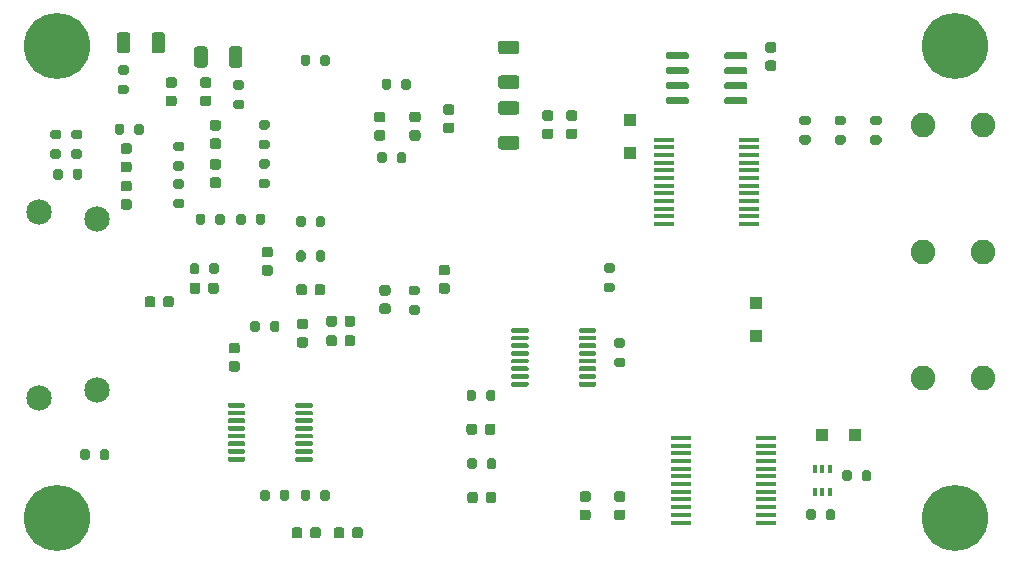
<source format=gbs>
G04 #@! TF.GenerationSoftware,KiCad,Pcbnew,(5.1.9-0-10_14)*
G04 #@! TF.CreationDate,2021-07-02T21:32:49-05:00*
G04 #@! TF.ProjectId,bath_clamp_v1,62617468-5f63-46c6-916d-705f76312e6b,rev?*
G04 #@! TF.SameCoordinates,Original*
G04 #@! TF.FileFunction,Soldermask,Bot*
G04 #@! TF.FilePolarity,Negative*
%FSLAX46Y46*%
G04 Gerber Fmt 4.6, Leading zero omitted, Abs format (unit mm)*
G04 Created by KiCad (PCBNEW (5.1.9-0-10_14)) date 2021-07-02 21:32:49*
%MOMM*%
%LPD*%
G01*
G04 APERTURE LIST*
%ADD10C,2.153200*%
%ADD11C,2.082800*%
%ADD12R,1.100000X1.100000*%
%ADD13C,5.600000*%
%ADD14C,5.599999*%
%ADD15R,0.400000X0.650000*%
%ADD16R,1.750000X0.450000*%
G04 APERTURE END LIST*
G36*
G01*
X64151700Y42778800D02*
X64651700Y42778800D01*
G75*
G02*
X64876700Y42553800I0J-225000D01*
G01*
X64876700Y42103800D01*
G75*
G02*
X64651700Y41878800I-225000J0D01*
G01*
X64151700Y41878800D01*
G75*
G02*
X63926700Y42103800I0J225000D01*
G01*
X63926700Y42553800D01*
G75*
G02*
X64151700Y42778800I225000J0D01*
G01*
G37*
G36*
G01*
X64151700Y44328800D02*
X64651700Y44328800D01*
G75*
G02*
X64876700Y44103800I0J-225000D01*
G01*
X64876700Y43653800D01*
G75*
G02*
X64651700Y43428800I-225000J0D01*
G01*
X64151700Y43428800D01*
G75*
G02*
X63926700Y43653800I0J225000D01*
G01*
X63926700Y44103800D01*
G75*
G02*
X64151700Y44328800I225000J0D01*
G01*
G37*
G36*
G01*
X19629800Y40290300D02*
X19079800Y40290300D01*
G75*
G02*
X18879800Y40490300I0J200000D01*
G01*
X18879800Y40890300D01*
G75*
G02*
X19079800Y41090300I200000J0D01*
G01*
X19629800Y41090300D01*
G75*
G02*
X19829800Y40890300I0J-200000D01*
G01*
X19829800Y40490300D01*
G75*
G02*
X19629800Y40290300I-200000J0D01*
G01*
G37*
G36*
G01*
X19629800Y38640300D02*
X19079800Y38640300D01*
G75*
G02*
X18879800Y38840300I0J200000D01*
G01*
X18879800Y39240300D01*
G75*
G02*
X19079800Y39440300I200000J0D01*
G01*
X19629800Y39440300D01*
G75*
G02*
X19829800Y39240300I0J-200000D01*
G01*
X19829800Y38840300D01*
G75*
G02*
X19629800Y38640300I-200000J0D01*
G01*
G37*
G36*
G01*
X16714900Y43715701D02*
X16714900Y42415699D01*
G75*
G02*
X16464901Y42165700I-249999J0D01*
G01*
X15814899Y42165700D01*
G75*
G02*
X15564900Y42415699I0J249999D01*
G01*
X15564900Y43715701D01*
G75*
G02*
X15814899Y43965700I249999J0D01*
G01*
X16464901Y43965700D01*
G75*
G02*
X16714900Y43715701I0J-249999D01*
G01*
G37*
G36*
G01*
X19664900Y43715701D02*
X19664900Y42415699D01*
G75*
G02*
X19414901Y42165700I-249999J0D01*
G01*
X18764899Y42165700D01*
G75*
G02*
X18514900Y42415699I0J249999D01*
G01*
X18514900Y43715701D01*
G75*
G02*
X18764899Y43965700I249999J0D01*
G01*
X19414901Y43965700D01*
G75*
G02*
X19664900Y43715701I0J-249999D01*
G01*
G37*
G36*
G01*
X10174400Y44922201D02*
X10174400Y43622199D01*
G75*
G02*
X9924401Y43372200I-249999J0D01*
G01*
X9274399Y43372200D01*
G75*
G02*
X9024400Y43622199I0J249999D01*
G01*
X9024400Y44922201D01*
G75*
G02*
X9274399Y45172200I249999J0D01*
G01*
X9924401Y45172200D01*
G75*
G02*
X10174400Y44922201I0J-249999D01*
G01*
G37*
G36*
G01*
X13124400Y44922201D02*
X13124400Y43622199D01*
G75*
G02*
X12874401Y43372200I-249999J0D01*
G01*
X12224399Y43372200D01*
G75*
G02*
X11974400Y43622199I0J249999D01*
G01*
X11974400Y44922201D01*
G75*
G02*
X12224399Y45172200I249999J0D01*
G01*
X12874401Y45172200D01*
G75*
G02*
X13124400Y44922201I0J-249999D01*
G01*
G37*
G36*
G01*
X48149800Y15265300D02*
X48149800Y15465300D01*
G75*
G02*
X48249800Y15565300I100000J0D01*
G01*
X49524800Y15565300D01*
G75*
G02*
X49624800Y15465300I0J-100000D01*
G01*
X49624800Y15265300D01*
G75*
G02*
X49524800Y15165300I-100000J0D01*
G01*
X48249800Y15165300D01*
G75*
G02*
X48149800Y15265300I0J100000D01*
G01*
G37*
G36*
G01*
X48149800Y15915300D02*
X48149800Y16115300D01*
G75*
G02*
X48249800Y16215300I100000J0D01*
G01*
X49524800Y16215300D01*
G75*
G02*
X49624800Y16115300I0J-100000D01*
G01*
X49624800Y15915300D01*
G75*
G02*
X49524800Y15815300I-100000J0D01*
G01*
X48249800Y15815300D01*
G75*
G02*
X48149800Y15915300I0J100000D01*
G01*
G37*
G36*
G01*
X48149800Y16565300D02*
X48149800Y16765300D01*
G75*
G02*
X48249800Y16865300I100000J0D01*
G01*
X49524800Y16865300D01*
G75*
G02*
X49624800Y16765300I0J-100000D01*
G01*
X49624800Y16565300D01*
G75*
G02*
X49524800Y16465300I-100000J0D01*
G01*
X48249800Y16465300D01*
G75*
G02*
X48149800Y16565300I0J100000D01*
G01*
G37*
G36*
G01*
X48149800Y17215300D02*
X48149800Y17415300D01*
G75*
G02*
X48249800Y17515300I100000J0D01*
G01*
X49524800Y17515300D01*
G75*
G02*
X49624800Y17415300I0J-100000D01*
G01*
X49624800Y17215300D01*
G75*
G02*
X49524800Y17115300I-100000J0D01*
G01*
X48249800Y17115300D01*
G75*
G02*
X48149800Y17215300I0J100000D01*
G01*
G37*
G36*
G01*
X48149800Y17865300D02*
X48149800Y18065300D01*
G75*
G02*
X48249800Y18165300I100000J0D01*
G01*
X49524800Y18165300D01*
G75*
G02*
X49624800Y18065300I0J-100000D01*
G01*
X49624800Y17865300D01*
G75*
G02*
X49524800Y17765300I-100000J0D01*
G01*
X48249800Y17765300D01*
G75*
G02*
X48149800Y17865300I0J100000D01*
G01*
G37*
G36*
G01*
X48149800Y18515300D02*
X48149800Y18715300D01*
G75*
G02*
X48249800Y18815300I100000J0D01*
G01*
X49524800Y18815300D01*
G75*
G02*
X49624800Y18715300I0J-100000D01*
G01*
X49624800Y18515300D01*
G75*
G02*
X49524800Y18415300I-100000J0D01*
G01*
X48249800Y18415300D01*
G75*
G02*
X48149800Y18515300I0J100000D01*
G01*
G37*
G36*
G01*
X48149800Y19165300D02*
X48149800Y19365300D01*
G75*
G02*
X48249800Y19465300I100000J0D01*
G01*
X49524800Y19465300D01*
G75*
G02*
X49624800Y19365300I0J-100000D01*
G01*
X49624800Y19165300D01*
G75*
G02*
X49524800Y19065300I-100000J0D01*
G01*
X48249800Y19065300D01*
G75*
G02*
X48149800Y19165300I0J100000D01*
G01*
G37*
G36*
G01*
X48149800Y19815300D02*
X48149800Y20015300D01*
G75*
G02*
X48249800Y20115300I100000J0D01*
G01*
X49524800Y20115300D01*
G75*
G02*
X49624800Y20015300I0J-100000D01*
G01*
X49624800Y19815300D01*
G75*
G02*
X49524800Y19715300I-100000J0D01*
G01*
X48249800Y19715300D01*
G75*
G02*
X48149800Y19815300I0J100000D01*
G01*
G37*
G36*
G01*
X42424800Y19815300D02*
X42424800Y20015300D01*
G75*
G02*
X42524800Y20115300I100000J0D01*
G01*
X43799800Y20115300D01*
G75*
G02*
X43899800Y20015300I0J-100000D01*
G01*
X43899800Y19815300D01*
G75*
G02*
X43799800Y19715300I-100000J0D01*
G01*
X42524800Y19715300D01*
G75*
G02*
X42424800Y19815300I0J100000D01*
G01*
G37*
G36*
G01*
X42424800Y19165300D02*
X42424800Y19365300D01*
G75*
G02*
X42524800Y19465300I100000J0D01*
G01*
X43799800Y19465300D01*
G75*
G02*
X43899800Y19365300I0J-100000D01*
G01*
X43899800Y19165300D01*
G75*
G02*
X43799800Y19065300I-100000J0D01*
G01*
X42524800Y19065300D01*
G75*
G02*
X42424800Y19165300I0J100000D01*
G01*
G37*
G36*
G01*
X42424800Y18515300D02*
X42424800Y18715300D01*
G75*
G02*
X42524800Y18815300I100000J0D01*
G01*
X43799800Y18815300D01*
G75*
G02*
X43899800Y18715300I0J-100000D01*
G01*
X43899800Y18515300D01*
G75*
G02*
X43799800Y18415300I-100000J0D01*
G01*
X42524800Y18415300D01*
G75*
G02*
X42424800Y18515300I0J100000D01*
G01*
G37*
G36*
G01*
X42424800Y17865300D02*
X42424800Y18065300D01*
G75*
G02*
X42524800Y18165300I100000J0D01*
G01*
X43799800Y18165300D01*
G75*
G02*
X43899800Y18065300I0J-100000D01*
G01*
X43899800Y17865300D01*
G75*
G02*
X43799800Y17765300I-100000J0D01*
G01*
X42524800Y17765300D01*
G75*
G02*
X42424800Y17865300I0J100000D01*
G01*
G37*
G36*
G01*
X42424800Y17215300D02*
X42424800Y17415300D01*
G75*
G02*
X42524800Y17515300I100000J0D01*
G01*
X43799800Y17515300D01*
G75*
G02*
X43899800Y17415300I0J-100000D01*
G01*
X43899800Y17215300D01*
G75*
G02*
X43799800Y17115300I-100000J0D01*
G01*
X42524800Y17115300D01*
G75*
G02*
X42424800Y17215300I0J100000D01*
G01*
G37*
G36*
G01*
X42424800Y16565300D02*
X42424800Y16765300D01*
G75*
G02*
X42524800Y16865300I100000J0D01*
G01*
X43799800Y16865300D01*
G75*
G02*
X43899800Y16765300I0J-100000D01*
G01*
X43899800Y16565300D01*
G75*
G02*
X43799800Y16465300I-100000J0D01*
G01*
X42524800Y16465300D01*
G75*
G02*
X42424800Y16565300I0J100000D01*
G01*
G37*
G36*
G01*
X42424800Y15915300D02*
X42424800Y16115300D01*
G75*
G02*
X42524800Y16215300I100000J0D01*
G01*
X43799800Y16215300D01*
G75*
G02*
X43899800Y16115300I0J-100000D01*
G01*
X43899800Y15915300D01*
G75*
G02*
X43799800Y15815300I-100000J0D01*
G01*
X42524800Y15815300D01*
G75*
G02*
X42424800Y15915300I0J100000D01*
G01*
G37*
G36*
G01*
X42424800Y15265300D02*
X42424800Y15465300D01*
G75*
G02*
X42524800Y15565300I100000J0D01*
G01*
X43799800Y15565300D01*
G75*
G02*
X43899800Y15465300I0J-100000D01*
G01*
X43899800Y15265300D01*
G75*
G02*
X43799800Y15165300I-100000J0D01*
G01*
X42524800Y15165300D01*
G75*
G02*
X42424800Y15265300I0J100000D01*
G01*
G37*
D10*
X2468800Y29935300D03*
X2468800Y14235300D03*
X7368800Y14835300D03*
X7368800Y29335300D03*
D11*
X82346800Y37325300D03*
X77266800Y37325300D03*
X82346800Y15862300D03*
X77266800Y15862300D03*
X82346800Y26593800D03*
X77266800Y26593800D03*
G36*
G01*
X34488800Y22891300D02*
X33938800Y22891300D01*
G75*
G02*
X33738800Y23091300I0J200000D01*
G01*
X33738800Y23491300D01*
G75*
G02*
X33938800Y23691300I200000J0D01*
G01*
X34488800Y23691300D01*
G75*
G02*
X34688800Y23491300I0J-200000D01*
G01*
X34688800Y23091300D01*
G75*
G02*
X34488800Y22891300I-200000J0D01*
G01*
G37*
G36*
G01*
X34488800Y21241300D02*
X33938800Y21241300D01*
G75*
G02*
X33738800Y21441300I0J200000D01*
G01*
X33738800Y21841300D01*
G75*
G02*
X33938800Y22041300I200000J0D01*
G01*
X34488800Y22041300D01*
G75*
G02*
X34688800Y21841300I0J-200000D01*
G01*
X34688800Y21441300D01*
G75*
G02*
X34488800Y21241300I-200000J0D01*
G01*
G37*
G36*
G01*
X50998800Y24796300D02*
X50448800Y24796300D01*
G75*
G02*
X50248800Y24996300I0J200000D01*
G01*
X50248800Y25396300D01*
G75*
G02*
X50448800Y25596300I200000J0D01*
G01*
X50998800Y25596300D01*
G75*
G02*
X51198800Y25396300I0J-200000D01*
G01*
X51198800Y24996300D01*
G75*
G02*
X50998800Y24796300I-200000J0D01*
G01*
G37*
G36*
G01*
X50998800Y23146300D02*
X50448800Y23146300D01*
G75*
G02*
X50248800Y23346300I0J200000D01*
G01*
X50248800Y23746300D01*
G75*
G02*
X50448800Y23946300I200000J0D01*
G01*
X50998800Y23946300D01*
G75*
G02*
X51198800Y23746300I0J-200000D01*
G01*
X51198800Y23346300D01*
G75*
G02*
X50998800Y23146300I-200000J0D01*
G01*
G37*
G36*
G01*
X21152300Y20518800D02*
X21152300Y19968800D01*
G75*
G02*
X20952300Y19768800I-200000J0D01*
G01*
X20552300Y19768800D01*
G75*
G02*
X20352300Y19968800I0J200000D01*
G01*
X20352300Y20518800D01*
G75*
G02*
X20552300Y20718800I200000J0D01*
G01*
X20952300Y20718800D01*
G75*
G02*
X21152300Y20518800I0J-200000D01*
G01*
G37*
G36*
G01*
X22802300Y20518800D02*
X22802300Y19968800D01*
G75*
G02*
X22602300Y19768800I-200000J0D01*
G01*
X22202300Y19768800D01*
G75*
G02*
X22002300Y19968800I0J200000D01*
G01*
X22002300Y20518800D01*
G75*
G02*
X22202300Y20718800I200000J0D01*
G01*
X22602300Y20718800D01*
G75*
G02*
X22802300Y20518800I0J-200000D01*
G01*
G37*
G36*
G01*
X25875800Y25937800D02*
X25875800Y26487800D01*
G75*
G02*
X26075800Y26687800I200000J0D01*
G01*
X26475800Y26687800D01*
G75*
G02*
X26675800Y26487800I0J-200000D01*
G01*
X26675800Y25937800D01*
G75*
G02*
X26475800Y25737800I-200000J0D01*
G01*
X26075800Y25737800D01*
G75*
G02*
X25875800Y25937800I0J200000D01*
G01*
G37*
G36*
G01*
X24225800Y25937800D02*
X24225800Y26487800D01*
G75*
G02*
X24425800Y26687800I200000J0D01*
G01*
X24825800Y26687800D01*
G75*
G02*
X25025800Y26487800I0J-200000D01*
G01*
X25025800Y25937800D01*
G75*
G02*
X24825800Y25737800I-200000J0D01*
G01*
X24425800Y25737800D01*
G75*
G02*
X24225800Y25937800I0J200000D01*
G01*
G37*
G36*
G01*
X17366800Y29049300D02*
X17366800Y29599300D01*
G75*
G02*
X17566800Y29799300I200000J0D01*
G01*
X17966800Y29799300D01*
G75*
G02*
X18166800Y29599300I0J-200000D01*
G01*
X18166800Y29049300D01*
G75*
G02*
X17966800Y28849300I-200000J0D01*
G01*
X17566800Y28849300D01*
G75*
G02*
X17366800Y29049300I0J200000D01*
G01*
G37*
G36*
G01*
X15716800Y29049300D02*
X15716800Y29599300D01*
G75*
G02*
X15916800Y29799300I200000J0D01*
G01*
X16316800Y29799300D01*
G75*
G02*
X16516800Y29599300I0J-200000D01*
G01*
X16516800Y29049300D01*
G75*
G02*
X16316800Y28849300I-200000J0D01*
G01*
X15916800Y28849300D01*
G75*
G02*
X15716800Y29049300I0J200000D01*
G01*
G37*
G36*
G01*
X71253800Y7882300D02*
X71253800Y7332300D01*
G75*
G02*
X71053800Y7132300I-200000J0D01*
G01*
X70653800Y7132300D01*
G75*
G02*
X70453800Y7332300I0J200000D01*
G01*
X70453800Y7882300D01*
G75*
G02*
X70653800Y8082300I200000J0D01*
G01*
X71053800Y8082300D01*
G75*
G02*
X71253800Y7882300I0J-200000D01*
G01*
G37*
G36*
G01*
X72903800Y7882300D02*
X72903800Y7332300D01*
G75*
G02*
X72703800Y7132300I-200000J0D01*
G01*
X72303800Y7132300D01*
G75*
G02*
X72103800Y7332300I0J200000D01*
G01*
X72103800Y7882300D01*
G75*
G02*
X72303800Y8082300I200000J0D01*
G01*
X72703800Y8082300D01*
G75*
G02*
X72903800Y7882300I0J-200000D01*
G01*
G37*
D12*
X52501800Y34909300D03*
X52501800Y37709300D03*
X63169800Y19415300D03*
X63169800Y22215300D03*
X68757800Y11036300D03*
X71557800Y11036300D03*
G36*
G01*
X7587800Y9110300D02*
X7587800Y9660300D01*
G75*
G02*
X7787800Y9860300I200000J0D01*
G01*
X8187800Y9860300D01*
G75*
G02*
X8387800Y9660300I0J-200000D01*
G01*
X8387800Y9110300D01*
G75*
G02*
X8187800Y8910300I-200000J0D01*
G01*
X7787800Y8910300D01*
G75*
G02*
X7587800Y9110300I0J200000D01*
G01*
G37*
G36*
G01*
X5937800Y9110300D02*
X5937800Y9660300D01*
G75*
G02*
X6137800Y9860300I200000J0D01*
G01*
X6537800Y9860300D01*
G75*
G02*
X6737800Y9660300I0J-200000D01*
G01*
X6737800Y9110300D01*
G75*
G02*
X6537800Y8910300I-200000J0D01*
G01*
X6137800Y8910300D01*
G75*
G02*
X5937800Y9110300I0J200000D01*
G01*
G37*
G36*
G01*
X26256800Y42511300D02*
X26256800Y43061300D01*
G75*
G02*
X26456800Y43261300I200000J0D01*
G01*
X26856800Y43261300D01*
G75*
G02*
X27056800Y43061300I0J-200000D01*
G01*
X27056800Y42511300D01*
G75*
G02*
X26856800Y42311300I-200000J0D01*
G01*
X26456800Y42311300D01*
G75*
G02*
X26256800Y42511300I0J200000D01*
G01*
G37*
G36*
G01*
X24606800Y42511300D02*
X24606800Y43061300D01*
G75*
G02*
X24806800Y43261300I200000J0D01*
G01*
X25206800Y43261300D01*
G75*
G02*
X25406800Y43061300I0J-200000D01*
G01*
X25406800Y42511300D01*
G75*
G02*
X25206800Y42311300I-200000J0D01*
G01*
X24806800Y42311300D01*
G75*
G02*
X24606800Y42511300I0J200000D01*
G01*
G37*
D13*
X4000000Y44000000D03*
D14*
X4000000Y4000000D03*
D13*
X80000000Y44000000D03*
X80000000Y4000000D03*
G36*
G01*
X20795800Y29049300D02*
X20795800Y29599300D01*
G75*
G02*
X20995800Y29799300I200000J0D01*
G01*
X21395800Y29799300D01*
G75*
G02*
X21595800Y29599300I0J-200000D01*
G01*
X21595800Y29049300D01*
G75*
G02*
X21395800Y28849300I-200000J0D01*
G01*
X20995800Y28849300D01*
G75*
G02*
X20795800Y29049300I0J200000D01*
G01*
G37*
G36*
G01*
X19145800Y29049300D02*
X19145800Y29599300D01*
G75*
G02*
X19345800Y29799300I200000J0D01*
G01*
X19745800Y29799300D01*
G75*
G02*
X19945800Y29599300I0J-200000D01*
G01*
X19945800Y29049300D01*
G75*
G02*
X19745800Y28849300I-200000J0D01*
G01*
X19345800Y28849300D01*
G75*
G02*
X19145800Y29049300I0J200000D01*
G01*
G37*
G36*
G01*
X25875800Y28858800D02*
X25875800Y29408800D01*
G75*
G02*
X26075800Y29608800I200000J0D01*
G01*
X26475800Y29608800D01*
G75*
G02*
X26675800Y29408800I0J-200000D01*
G01*
X26675800Y28858800D01*
G75*
G02*
X26475800Y28658800I-200000J0D01*
G01*
X26075800Y28658800D01*
G75*
G02*
X25875800Y28858800I0J200000D01*
G01*
G37*
G36*
G01*
X24225800Y28858800D02*
X24225800Y29408800D01*
G75*
G02*
X24425800Y29608800I200000J0D01*
G01*
X24825800Y29608800D01*
G75*
G02*
X25025800Y29408800I0J-200000D01*
G01*
X25025800Y28858800D01*
G75*
G02*
X24825800Y28658800I-200000J0D01*
G01*
X24425800Y28658800D01*
G75*
G02*
X24225800Y28858800I0J200000D01*
G01*
G37*
G36*
G01*
X40353800Y8348300D02*
X40353800Y8898300D01*
G75*
G02*
X40553800Y9098300I200000J0D01*
G01*
X40953800Y9098300D01*
G75*
G02*
X41153800Y8898300I0J-200000D01*
G01*
X41153800Y8348300D01*
G75*
G02*
X40953800Y8148300I-200000J0D01*
G01*
X40553800Y8148300D01*
G75*
G02*
X40353800Y8348300I0J200000D01*
G01*
G37*
G36*
G01*
X38703800Y8348300D02*
X38703800Y8898300D01*
G75*
G02*
X38903800Y9098300I200000J0D01*
G01*
X39303800Y9098300D01*
G75*
G02*
X39503800Y8898300I0J-200000D01*
G01*
X39503800Y8348300D01*
G75*
G02*
X39303800Y8148300I-200000J0D01*
G01*
X38903800Y8148300D01*
G75*
G02*
X38703800Y8348300I0J200000D01*
G01*
G37*
G36*
G01*
X68205800Y4580300D02*
X68205800Y4030300D01*
G75*
G02*
X68005800Y3830300I-200000J0D01*
G01*
X67605800Y3830300D01*
G75*
G02*
X67405800Y4030300I0J200000D01*
G01*
X67405800Y4580300D01*
G75*
G02*
X67605800Y4780300I200000J0D01*
G01*
X68005800Y4780300D01*
G75*
G02*
X68205800Y4580300I0J-200000D01*
G01*
G37*
G36*
G01*
X69855800Y4580300D02*
X69855800Y4030300D01*
G75*
G02*
X69655800Y3830300I-200000J0D01*
G01*
X69255800Y3830300D01*
G75*
G02*
X69055800Y4030300I0J200000D01*
G01*
X69055800Y4580300D01*
G75*
G02*
X69255800Y4780300I200000J0D01*
G01*
X69655800Y4780300D01*
G75*
G02*
X69855800Y4580300I0J-200000D01*
G01*
G37*
G36*
G01*
X22827800Y5681300D02*
X22827800Y6231300D01*
G75*
G02*
X23027800Y6431300I200000J0D01*
G01*
X23427800Y6431300D01*
G75*
G02*
X23627800Y6231300I0J-200000D01*
G01*
X23627800Y5681300D01*
G75*
G02*
X23427800Y5481300I-200000J0D01*
G01*
X23027800Y5481300D01*
G75*
G02*
X22827800Y5681300I0J200000D01*
G01*
G37*
G36*
G01*
X21177800Y5681300D02*
X21177800Y6231300D01*
G75*
G02*
X21377800Y6431300I200000J0D01*
G01*
X21777800Y6431300D01*
G75*
G02*
X21977800Y6231300I0J-200000D01*
G01*
X21977800Y5681300D01*
G75*
G02*
X21777800Y5481300I-200000J0D01*
G01*
X21377800Y5481300D01*
G75*
G02*
X21177800Y5681300I0J200000D01*
G01*
G37*
G36*
G01*
X51887800Y18446300D02*
X51337800Y18446300D01*
G75*
G02*
X51137800Y18646300I0J200000D01*
G01*
X51137800Y19046300D01*
G75*
G02*
X51337800Y19246300I200000J0D01*
G01*
X51887800Y19246300D01*
G75*
G02*
X52087800Y19046300I0J-200000D01*
G01*
X52087800Y18646300D01*
G75*
G02*
X51887800Y18446300I-200000J0D01*
G01*
G37*
G36*
G01*
X51887800Y16796300D02*
X51337800Y16796300D01*
G75*
G02*
X51137800Y16996300I0J200000D01*
G01*
X51137800Y17396300D01*
G75*
G02*
X51337800Y17596300I200000J0D01*
G01*
X51887800Y17596300D01*
G75*
G02*
X52087800Y17396300I0J-200000D01*
G01*
X52087800Y16996300D01*
G75*
G02*
X51887800Y16796300I-200000J0D01*
G01*
G37*
G36*
G01*
X25406800Y6231300D02*
X25406800Y5681300D01*
G75*
G02*
X25206800Y5481300I-200000J0D01*
G01*
X24806800Y5481300D01*
G75*
G02*
X24606800Y5681300I0J200000D01*
G01*
X24606800Y6231300D01*
G75*
G02*
X24806800Y6431300I200000J0D01*
G01*
X25206800Y6431300D01*
G75*
G02*
X25406800Y6231300I0J-200000D01*
G01*
G37*
G36*
G01*
X27056800Y6231300D02*
X27056800Y5681300D01*
G75*
G02*
X26856800Y5481300I-200000J0D01*
G01*
X26456800Y5481300D01*
G75*
G02*
X26256800Y5681300I0J200000D01*
G01*
X26256800Y6231300D01*
G75*
G02*
X26456800Y6431300I200000J0D01*
G01*
X26856800Y6431300D01*
G75*
G02*
X27056800Y6231300I0J-200000D01*
G01*
G37*
G36*
G01*
X40296300Y14130800D02*
X40296300Y14680800D01*
G75*
G02*
X40496300Y14880800I200000J0D01*
G01*
X40896300Y14880800D01*
G75*
G02*
X41096300Y14680800I0J-200000D01*
G01*
X41096300Y14130800D01*
G75*
G02*
X40896300Y13930800I-200000J0D01*
G01*
X40496300Y13930800D01*
G75*
G02*
X40296300Y14130800I0J200000D01*
G01*
G37*
G36*
G01*
X38646300Y14130800D02*
X38646300Y14680800D01*
G75*
G02*
X38846300Y14880800I200000J0D01*
G01*
X39246300Y14880800D01*
G75*
G02*
X39446300Y14680800I0J-200000D01*
G01*
X39446300Y14130800D01*
G75*
G02*
X39246300Y13930800I-200000J0D01*
G01*
X38846300Y13930800D01*
G75*
G02*
X38646300Y14130800I0J200000D01*
G01*
G37*
G36*
G01*
X9658800Y37219300D02*
X9658800Y36669300D01*
G75*
G02*
X9458800Y36469300I-200000J0D01*
G01*
X9058800Y36469300D01*
G75*
G02*
X8858800Y36669300I0J200000D01*
G01*
X8858800Y37219300D01*
G75*
G02*
X9058800Y37419300I200000J0D01*
G01*
X9458800Y37419300D01*
G75*
G02*
X9658800Y37219300I0J-200000D01*
G01*
G37*
G36*
G01*
X11308800Y37219300D02*
X11308800Y36669300D01*
G75*
G02*
X11108800Y36469300I-200000J0D01*
G01*
X10708800Y36469300D01*
G75*
G02*
X10508800Y36669300I0J200000D01*
G01*
X10508800Y37219300D01*
G75*
G02*
X10708800Y37419300I200000J0D01*
G01*
X11108800Y37419300D01*
G75*
G02*
X11308800Y37219300I0J-200000D01*
G01*
G37*
G36*
G01*
X9850800Y41560300D02*
X9300800Y41560300D01*
G75*
G02*
X9100800Y41760300I0J200000D01*
G01*
X9100800Y42160300D01*
G75*
G02*
X9300800Y42360300I200000J0D01*
G01*
X9850800Y42360300D01*
G75*
G02*
X10050800Y42160300I0J-200000D01*
G01*
X10050800Y41760300D01*
G75*
G02*
X9850800Y41560300I-200000J0D01*
G01*
G37*
G36*
G01*
X9850800Y39910300D02*
X9300800Y39910300D01*
G75*
G02*
X9100800Y40110300I0J200000D01*
G01*
X9100800Y40510300D01*
G75*
G02*
X9300800Y40710300I200000J0D01*
G01*
X9850800Y40710300D01*
G75*
G02*
X10050800Y40510300I0J-200000D01*
G01*
X10050800Y40110300D01*
G75*
G02*
X9850800Y39910300I-200000J0D01*
G01*
G37*
D15*
X68107800Y6276300D03*
X69407800Y6276300D03*
X68757800Y8176300D03*
X68757800Y6276300D03*
X69407800Y8176300D03*
X68107800Y8176300D03*
G36*
G01*
X10079800Y31681300D02*
X9579800Y31681300D01*
G75*
G02*
X9354800Y31906300I0J225000D01*
G01*
X9354800Y32356300D01*
G75*
G02*
X9579800Y32581300I225000J0D01*
G01*
X10079800Y32581300D01*
G75*
G02*
X10304800Y32356300I0J-225000D01*
G01*
X10304800Y31906300D01*
G75*
G02*
X10079800Y31681300I-225000J0D01*
G01*
G37*
G36*
G01*
X10079800Y30131300D02*
X9579800Y30131300D01*
G75*
G02*
X9354800Y30356300I0J225000D01*
G01*
X9354800Y30806300D01*
G75*
G02*
X9579800Y31031300I225000J0D01*
G01*
X10079800Y31031300D01*
G75*
G02*
X10304800Y30806300I0J-225000D01*
G01*
X10304800Y30356300D01*
G75*
G02*
X10079800Y30131300I-225000J0D01*
G01*
G37*
G36*
G01*
X25125800Y23605300D02*
X25125800Y23105300D01*
G75*
G02*
X24900800Y22880300I-225000J0D01*
G01*
X24450800Y22880300D01*
G75*
G02*
X24225800Y23105300I0J225000D01*
G01*
X24225800Y23605300D01*
G75*
G02*
X24450800Y23830300I225000J0D01*
G01*
X24900800Y23830300D01*
G75*
G02*
X25125800Y23605300I0J-225000D01*
G01*
G37*
G36*
G01*
X26675800Y23605300D02*
X26675800Y23105300D01*
G75*
G02*
X26450800Y22880300I-225000J0D01*
G01*
X26000800Y22880300D01*
G75*
G02*
X25775800Y23105300I0J225000D01*
G01*
X25775800Y23605300D01*
G75*
G02*
X26000800Y23830300I225000J0D01*
G01*
X26450800Y23830300D01*
G75*
G02*
X26675800Y23605300I0J-225000D01*
G01*
G37*
G36*
G01*
X24146800Y8915300D02*
X24146800Y9115300D01*
G75*
G02*
X24246800Y9215300I100000J0D01*
G01*
X25521800Y9215300D01*
G75*
G02*
X25621800Y9115300I0J-100000D01*
G01*
X25621800Y8915300D01*
G75*
G02*
X25521800Y8815300I-100000J0D01*
G01*
X24246800Y8815300D01*
G75*
G02*
X24146800Y8915300I0J100000D01*
G01*
G37*
G36*
G01*
X24146800Y9565300D02*
X24146800Y9765300D01*
G75*
G02*
X24246800Y9865300I100000J0D01*
G01*
X25521800Y9865300D01*
G75*
G02*
X25621800Y9765300I0J-100000D01*
G01*
X25621800Y9565300D01*
G75*
G02*
X25521800Y9465300I-100000J0D01*
G01*
X24246800Y9465300D01*
G75*
G02*
X24146800Y9565300I0J100000D01*
G01*
G37*
G36*
G01*
X24146800Y10215300D02*
X24146800Y10415300D01*
G75*
G02*
X24246800Y10515300I100000J0D01*
G01*
X25521800Y10515300D01*
G75*
G02*
X25621800Y10415300I0J-100000D01*
G01*
X25621800Y10215300D01*
G75*
G02*
X25521800Y10115300I-100000J0D01*
G01*
X24246800Y10115300D01*
G75*
G02*
X24146800Y10215300I0J100000D01*
G01*
G37*
G36*
G01*
X24146800Y10865300D02*
X24146800Y11065300D01*
G75*
G02*
X24246800Y11165300I100000J0D01*
G01*
X25521800Y11165300D01*
G75*
G02*
X25621800Y11065300I0J-100000D01*
G01*
X25621800Y10865300D01*
G75*
G02*
X25521800Y10765300I-100000J0D01*
G01*
X24246800Y10765300D01*
G75*
G02*
X24146800Y10865300I0J100000D01*
G01*
G37*
G36*
G01*
X24146800Y11515300D02*
X24146800Y11715300D01*
G75*
G02*
X24246800Y11815300I100000J0D01*
G01*
X25521800Y11815300D01*
G75*
G02*
X25621800Y11715300I0J-100000D01*
G01*
X25621800Y11515300D01*
G75*
G02*
X25521800Y11415300I-100000J0D01*
G01*
X24246800Y11415300D01*
G75*
G02*
X24146800Y11515300I0J100000D01*
G01*
G37*
G36*
G01*
X24146800Y12165300D02*
X24146800Y12365300D01*
G75*
G02*
X24246800Y12465300I100000J0D01*
G01*
X25521800Y12465300D01*
G75*
G02*
X25621800Y12365300I0J-100000D01*
G01*
X25621800Y12165300D01*
G75*
G02*
X25521800Y12065300I-100000J0D01*
G01*
X24246800Y12065300D01*
G75*
G02*
X24146800Y12165300I0J100000D01*
G01*
G37*
G36*
G01*
X24146800Y12815300D02*
X24146800Y13015300D01*
G75*
G02*
X24246800Y13115300I100000J0D01*
G01*
X25521800Y13115300D01*
G75*
G02*
X25621800Y13015300I0J-100000D01*
G01*
X25621800Y12815300D01*
G75*
G02*
X25521800Y12715300I-100000J0D01*
G01*
X24246800Y12715300D01*
G75*
G02*
X24146800Y12815300I0J100000D01*
G01*
G37*
G36*
G01*
X24146800Y13465300D02*
X24146800Y13665300D01*
G75*
G02*
X24246800Y13765300I100000J0D01*
G01*
X25521800Y13765300D01*
G75*
G02*
X25621800Y13665300I0J-100000D01*
G01*
X25621800Y13465300D01*
G75*
G02*
X25521800Y13365300I-100000J0D01*
G01*
X24246800Y13365300D01*
G75*
G02*
X24146800Y13465300I0J100000D01*
G01*
G37*
G36*
G01*
X18421800Y13465300D02*
X18421800Y13665300D01*
G75*
G02*
X18521800Y13765300I100000J0D01*
G01*
X19796800Y13765300D01*
G75*
G02*
X19896800Y13665300I0J-100000D01*
G01*
X19896800Y13465300D01*
G75*
G02*
X19796800Y13365300I-100000J0D01*
G01*
X18521800Y13365300D01*
G75*
G02*
X18421800Y13465300I0J100000D01*
G01*
G37*
G36*
G01*
X18421800Y12815300D02*
X18421800Y13015300D01*
G75*
G02*
X18521800Y13115300I100000J0D01*
G01*
X19796800Y13115300D01*
G75*
G02*
X19896800Y13015300I0J-100000D01*
G01*
X19896800Y12815300D01*
G75*
G02*
X19796800Y12715300I-100000J0D01*
G01*
X18521800Y12715300D01*
G75*
G02*
X18421800Y12815300I0J100000D01*
G01*
G37*
G36*
G01*
X18421800Y12165300D02*
X18421800Y12365300D01*
G75*
G02*
X18521800Y12465300I100000J0D01*
G01*
X19796800Y12465300D01*
G75*
G02*
X19896800Y12365300I0J-100000D01*
G01*
X19896800Y12165300D01*
G75*
G02*
X19796800Y12065300I-100000J0D01*
G01*
X18521800Y12065300D01*
G75*
G02*
X18421800Y12165300I0J100000D01*
G01*
G37*
G36*
G01*
X18421800Y11515300D02*
X18421800Y11715300D01*
G75*
G02*
X18521800Y11815300I100000J0D01*
G01*
X19796800Y11815300D01*
G75*
G02*
X19896800Y11715300I0J-100000D01*
G01*
X19896800Y11515300D01*
G75*
G02*
X19796800Y11415300I-100000J0D01*
G01*
X18521800Y11415300D01*
G75*
G02*
X18421800Y11515300I0J100000D01*
G01*
G37*
G36*
G01*
X18421800Y10865300D02*
X18421800Y11065300D01*
G75*
G02*
X18521800Y11165300I100000J0D01*
G01*
X19796800Y11165300D01*
G75*
G02*
X19896800Y11065300I0J-100000D01*
G01*
X19896800Y10865300D01*
G75*
G02*
X19796800Y10765300I-100000J0D01*
G01*
X18521800Y10765300D01*
G75*
G02*
X18421800Y10865300I0J100000D01*
G01*
G37*
G36*
G01*
X18421800Y10215300D02*
X18421800Y10415300D01*
G75*
G02*
X18521800Y10515300I100000J0D01*
G01*
X19796800Y10515300D01*
G75*
G02*
X19896800Y10415300I0J-100000D01*
G01*
X19896800Y10215300D01*
G75*
G02*
X19796800Y10115300I-100000J0D01*
G01*
X18521800Y10115300D01*
G75*
G02*
X18421800Y10215300I0J100000D01*
G01*
G37*
G36*
G01*
X18421800Y9565300D02*
X18421800Y9765300D01*
G75*
G02*
X18521800Y9865300I100000J0D01*
G01*
X19796800Y9865300D01*
G75*
G02*
X19896800Y9765300I0J-100000D01*
G01*
X19896800Y9565300D01*
G75*
G02*
X19796800Y9465300I-100000J0D01*
G01*
X18521800Y9465300D01*
G75*
G02*
X18421800Y9565300I0J100000D01*
G01*
G37*
G36*
G01*
X18421800Y8915300D02*
X18421800Y9115300D01*
G75*
G02*
X18521800Y9215300I100000J0D01*
G01*
X19796800Y9215300D01*
G75*
G02*
X19896800Y9115300I0J-100000D01*
G01*
X19896800Y8915300D01*
G75*
G02*
X19796800Y8815300I-100000J0D01*
G01*
X18521800Y8815300D01*
G75*
G02*
X18421800Y8915300I0J100000D01*
G01*
G37*
G36*
G01*
X3585800Y35249300D02*
X4135800Y35249300D01*
G75*
G02*
X4335800Y35049300I0J-200000D01*
G01*
X4335800Y34649300D01*
G75*
G02*
X4135800Y34449300I-200000J0D01*
G01*
X3585800Y34449300D01*
G75*
G02*
X3385800Y34649300I0J200000D01*
G01*
X3385800Y35049300D01*
G75*
G02*
X3585800Y35249300I200000J0D01*
G01*
G37*
G36*
G01*
X3585800Y36899300D02*
X4135800Y36899300D01*
G75*
G02*
X4335800Y36699300I0J-200000D01*
G01*
X4335800Y36299300D01*
G75*
G02*
X4135800Y36099300I-200000J0D01*
G01*
X3585800Y36099300D01*
G75*
G02*
X3385800Y36299300I0J200000D01*
G01*
X3385800Y36699300D01*
G75*
G02*
X3585800Y36899300I200000J0D01*
G01*
G37*
G36*
G01*
X40190300Y11294300D02*
X40190300Y11794300D01*
G75*
G02*
X40415300Y12019300I225000J0D01*
G01*
X40865300Y12019300D01*
G75*
G02*
X41090300Y11794300I0J-225000D01*
G01*
X41090300Y11294300D01*
G75*
G02*
X40865300Y11069300I-225000J0D01*
G01*
X40415300Y11069300D01*
G75*
G02*
X40190300Y11294300I0J225000D01*
G01*
G37*
G36*
G01*
X38640300Y11294300D02*
X38640300Y11794300D01*
G75*
G02*
X38865300Y12019300I225000J0D01*
G01*
X39315300Y12019300D01*
G75*
G02*
X39540300Y11794300I0J-225000D01*
G01*
X39540300Y11294300D01*
G75*
G02*
X39315300Y11069300I-225000J0D01*
G01*
X38865300Y11069300D01*
G75*
G02*
X38640300Y11294300I0J225000D01*
G01*
G37*
G36*
G01*
X40253800Y5515800D02*
X40253800Y6015800D01*
G75*
G02*
X40478800Y6240800I225000J0D01*
G01*
X40928800Y6240800D01*
G75*
G02*
X41153800Y6015800I0J-225000D01*
G01*
X41153800Y5515800D01*
G75*
G02*
X40928800Y5290800I-225000J0D01*
G01*
X40478800Y5290800D01*
G75*
G02*
X40253800Y5515800I0J225000D01*
G01*
G37*
G36*
G01*
X38703800Y5515800D02*
X38703800Y6015800D01*
G75*
G02*
X38928800Y6240800I225000J0D01*
G01*
X39378800Y6240800D01*
G75*
G02*
X39603800Y6015800I0J-225000D01*
G01*
X39603800Y5515800D01*
G75*
G02*
X39378800Y5290800I-225000J0D01*
G01*
X38928800Y5290800D01*
G75*
G02*
X38703800Y5515800I0J225000D01*
G01*
G37*
G36*
G01*
X4451800Y33409300D02*
X4451800Y32859300D01*
G75*
G02*
X4251800Y32659300I-200000J0D01*
G01*
X3851800Y32659300D01*
G75*
G02*
X3651800Y32859300I0J200000D01*
G01*
X3651800Y33409300D01*
G75*
G02*
X3851800Y33609300I200000J0D01*
G01*
X4251800Y33609300D01*
G75*
G02*
X4451800Y33409300I0J-200000D01*
G01*
G37*
G36*
G01*
X6101800Y33409300D02*
X6101800Y32859300D01*
G75*
G02*
X5901800Y32659300I-200000J0D01*
G01*
X5501800Y32659300D01*
G75*
G02*
X5301800Y32859300I0J200000D01*
G01*
X5301800Y33409300D01*
G75*
G02*
X5501800Y33609300I200000J0D01*
G01*
X5901800Y33609300D01*
G75*
G02*
X6101800Y33409300I0J-200000D01*
G01*
G37*
G36*
G01*
X5913800Y36099300D02*
X5363800Y36099300D01*
G75*
G02*
X5163800Y36299300I0J200000D01*
G01*
X5163800Y36699300D01*
G75*
G02*
X5363800Y36899300I200000J0D01*
G01*
X5913800Y36899300D01*
G75*
G02*
X6113800Y36699300I0J-200000D01*
G01*
X6113800Y36299300D01*
G75*
G02*
X5913800Y36099300I-200000J0D01*
G01*
G37*
G36*
G01*
X5913800Y34449300D02*
X5363800Y34449300D01*
G75*
G02*
X5163800Y34649300I0J200000D01*
G01*
X5163800Y35049300D01*
G75*
G02*
X5363800Y35249300I200000J0D01*
G01*
X5913800Y35249300D01*
G75*
G02*
X6113800Y35049300I0J-200000D01*
G01*
X6113800Y34649300D01*
G75*
G02*
X5913800Y34449300I-200000J0D01*
G01*
G37*
G36*
G01*
X25002300Y19997300D02*
X24502300Y19997300D01*
G75*
G02*
X24277300Y20222300I0J225000D01*
G01*
X24277300Y20672300D01*
G75*
G02*
X24502300Y20897300I225000J0D01*
G01*
X25002300Y20897300D01*
G75*
G02*
X25227300Y20672300I0J-225000D01*
G01*
X25227300Y20222300D01*
G75*
G02*
X25002300Y19997300I-225000J0D01*
G01*
G37*
G36*
G01*
X25002300Y18447300D02*
X24502300Y18447300D01*
G75*
G02*
X24277300Y18672300I0J225000D01*
G01*
X24277300Y19122300D01*
G75*
G02*
X24502300Y19347300I225000J0D01*
G01*
X25002300Y19347300D01*
G75*
G02*
X25227300Y19122300I0J-225000D01*
G01*
X25227300Y18672300D01*
G75*
G02*
X25002300Y18447300I-225000J0D01*
G01*
G37*
G36*
G01*
X18723800Y17315300D02*
X19223800Y17315300D01*
G75*
G02*
X19448800Y17090300I0J-225000D01*
G01*
X19448800Y16640300D01*
G75*
G02*
X19223800Y16415300I-225000J0D01*
G01*
X18723800Y16415300D01*
G75*
G02*
X18498800Y16640300I0J225000D01*
G01*
X18498800Y17090300D01*
G75*
G02*
X18723800Y17315300I225000J0D01*
G01*
G37*
G36*
G01*
X18723800Y18865300D02*
X19223800Y18865300D01*
G75*
G02*
X19448800Y18640300I0J-225000D01*
G01*
X19448800Y18190300D01*
G75*
G02*
X19223800Y17965300I-225000J0D01*
G01*
X18723800Y17965300D01*
G75*
G02*
X18498800Y18190300I0J225000D01*
G01*
X18498800Y18640300D01*
G75*
G02*
X18723800Y18865300I225000J0D01*
G01*
G37*
G36*
G01*
X33114800Y40479300D02*
X33114800Y41029300D01*
G75*
G02*
X33314800Y41229300I200000J0D01*
G01*
X33714800Y41229300D01*
G75*
G02*
X33914800Y41029300I0J-200000D01*
G01*
X33914800Y40479300D01*
G75*
G02*
X33714800Y40279300I-200000J0D01*
G01*
X33314800Y40279300D01*
G75*
G02*
X33114800Y40479300I0J200000D01*
G01*
G37*
G36*
G01*
X31464800Y40479300D02*
X31464800Y41029300D01*
G75*
G02*
X31664800Y41229300I200000J0D01*
G01*
X32064800Y41229300D01*
G75*
G02*
X32264800Y41029300I0J-200000D01*
G01*
X32264800Y40479300D01*
G75*
G02*
X32064800Y40279300I-200000J0D01*
G01*
X31664800Y40279300D01*
G75*
G02*
X31464800Y40479300I0J200000D01*
G01*
G37*
G36*
G01*
X32733800Y34256300D02*
X32733800Y34806300D01*
G75*
G02*
X32933800Y35006300I200000J0D01*
G01*
X33333800Y35006300D01*
G75*
G02*
X33533800Y34806300I0J-200000D01*
G01*
X33533800Y34256300D01*
G75*
G02*
X33333800Y34056300I-200000J0D01*
G01*
X32933800Y34056300D01*
G75*
G02*
X32733800Y34256300I0J200000D01*
G01*
G37*
G36*
G01*
X31083800Y34256300D02*
X31083800Y34806300D01*
G75*
G02*
X31283800Y35006300I200000J0D01*
G01*
X31683800Y35006300D01*
G75*
G02*
X31883800Y34806300I0J-200000D01*
G01*
X31883800Y34256300D01*
G75*
G02*
X31683800Y34056300I-200000J0D01*
G01*
X31283800Y34056300D01*
G75*
G02*
X31083800Y34256300I0J200000D01*
G01*
G37*
G36*
G01*
X34527300Y37523300D02*
X34027300Y37523300D01*
G75*
G02*
X33802300Y37748300I0J225000D01*
G01*
X33802300Y38198300D01*
G75*
G02*
X34027300Y38423300I225000J0D01*
G01*
X34527300Y38423300D01*
G75*
G02*
X34752300Y38198300I0J-225000D01*
G01*
X34752300Y37748300D01*
G75*
G02*
X34527300Y37523300I-225000J0D01*
G01*
G37*
G36*
G01*
X34527300Y35973300D02*
X34027300Y35973300D01*
G75*
G02*
X33802300Y36198300I0J225000D01*
G01*
X33802300Y36648300D01*
G75*
G02*
X34027300Y36873300I225000J0D01*
G01*
X34527300Y36873300D01*
G75*
G02*
X34752300Y36648300I0J-225000D01*
G01*
X34752300Y36198300D01*
G75*
G02*
X34527300Y35973300I-225000J0D01*
G01*
G37*
G36*
G01*
X31542800Y37523300D02*
X31042800Y37523300D01*
G75*
G02*
X30817800Y37748300I0J225000D01*
G01*
X30817800Y38198300D01*
G75*
G02*
X31042800Y38423300I225000J0D01*
G01*
X31542800Y38423300D01*
G75*
G02*
X31767800Y38198300I0J-225000D01*
G01*
X31767800Y37748300D01*
G75*
G02*
X31542800Y37523300I-225000J0D01*
G01*
G37*
G36*
G01*
X31542800Y35973300D02*
X31042800Y35973300D01*
G75*
G02*
X30817800Y36198300I0J225000D01*
G01*
X30817800Y36648300D01*
G75*
G02*
X31042800Y36873300I225000J0D01*
G01*
X31542800Y36873300D01*
G75*
G02*
X31767800Y36648300I0J-225000D01*
G01*
X31767800Y36198300D01*
G75*
G02*
X31542800Y35973300I-225000J0D01*
G01*
G37*
G36*
G01*
X37384800Y38158300D02*
X36884800Y38158300D01*
G75*
G02*
X36659800Y38383300I0J225000D01*
G01*
X36659800Y38833300D01*
G75*
G02*
X36884800Y39058300I225000J0D01*
G01*
X37384800Y39058300D01*
G75*
G02*
X37609800Y38833300I0J-225000D01*
G01*
X37609800Y38383300D01*
G75*
G02*
X37384800Y38158300I-225000J0D01*
G01*
G37*
G36*
G01*
X37384800Y36608300D02*
X36884800Y36608300D01*
G75*
G02*
X36659800Y36833300I0J225000D01*
G01*
X36659800Y37283300D01*
G75*
G02*
X36884800Y37508300I225000J0D01*
G01*
X37384800Y37508300D01*
G75*
G02*
X37609800Y37283300I0J-225000D01*
G01*
X37609800Y36833300D01*
G75*
G02*
X37384800Y36608300I-225000J0D01*
G01*
G37*
G36*
G01*
X16758800Y23232300D02*
X16758800Y23732300D01*
G75*
G02*
X16983800Y23957300I225000J0D01*
G01*
X17433800Y23957300D01*
G75*
G02*
X17658800Y23732300I0J-225000D01*
G01*
X17658800Y23232300D01*
G75*
G02*
X17433800Y23007300I-225000J0D01*
G01*
X16983800Y23007300D01*
G75*
G02*
X16758800Y23232300I0J225000D01*
G01*
G37*
G36*
G01*
X15208800Y23232300D02*
X15208800Y23732300D01*
G75*
G02*
X15433800Y23957300I225000J0D01*
G01*
X15883800Y23957300D01*
G75*
G02*
X16108800Y23732300I0J-225000D01*
G01*
X16108800Y23232300D01*
G75*
G02*
X15883800Y23007300I-225000J0D01*
G01*
X15433800Y23007300D01*
G75*
G02*
X15208800Y23232300I0J225000D01*
G01*
G37*
G36*
G01*
X22017800Y26093300D02*
X21517800Y26093300D01*
G75*
G02*
X21292800Y26318300I0J225000D01*
G01*
X21292800Y26768300D01*
G75*
G02*
X21517800Y26993300I225000J0D01*
G01*
X22017800Y26993300D01*
G75*
G02*
X22242800Y26768300I0J-225000D01*
G01*
X22242800Y26318300D01*
G75*
G02*
X22017800Y26093300I-225000J0D01*
G01*
G37*
G36*
G01*
X22017800Y24543300D02*
X21517800Y24543300D01*
G75*
G02*
X21292800Y24768300I0J225000D01*
G01*
X21292800Y25218300D01*
G75*
G02*
X21517800Y25443300I225000J0D01*
G01*
X22017800Y25443300D01*
G75*
G02*
X22242800Y25218300I0J-225000D01*
G01*
X22242800Y24768300D01*
G75*
G02*
X22017800Y24543300I-225000J0D01*
G01*
G37*
G36*
G01*
X37003800Y24569300D02*
X36503800Y24569300D01*
G75*
G02*
X36278800Y24794300I0J225000D01*
G01*
X36278800Y25244300D01*
G75*
G02*
X36503800Y25469300I225000J0D01*
G01*
X37003800Y25469300D01*
G75*
G02*
X37228800Y25244300I0J-225000D01*
G01*
X37228800Y24794300D01*
G75*
G02*
X37003800Y24569300I-225000J0D01*
G01*
G37*
G36*
G01*
X37003800Y23019300D02*
X36503800Y23019300D01*
G75*
G02*
X36278800Y23244300I0J225000D01*
G01*
X36278800Y23694300D01*
G75*
G02*
X36503800Y23919300I225000J0D01*
G01*
X37003800Y23919300D01*
G75*
G02*
X37228800Y23694300I0J-225000D01*
G01*
X37228800Y23244300D01*
G75*
G02*
X37003800Y23019300I-225000J0D01*
G01*
G37*
G36*
G01*
X31487300Y22204800D02*
X31987300Y22204800D01*
G75*
G02*
X32212300Y21979800I0J-225000D01*
G01*
X32212300Y21529800D01*
G75*
G02*
X31987300Y21304800I-225000J0D01*
G01*
X31487300Y21304800D01*
G75*
G02*
X31262300Y21529800I0J225000D01*
G01*
X31262300Y21979800D01*
G75*
G02*
X31487300Y22204800I225000J0D01*
G01*
G37*
G36*
G01*
X31487300Y23754800D02*
X31987300Y23754800D01*
G75*
G02*
X32212300Y23529800I0J-225000D01*
G01*
X32212300Y23079800D01*
G75*
G02*
X31987300Y22854800I-225000J0D01*
G01*
X31487300Y22854800D01*
G75*
G02*
X31262300Y23079800I0J225000D01*
G01*
X31262300Y23529800D01*
G75*
G02*
X31487300Y23754800I225000J0D01*
G01*
G37*
G36*
G01*
X12298800Y22589300D02*
X12298800Y22089300D01*
G75*
G02*
X12073800Y21864300I-225000J0D01*
G01*
X11623800Y21864300D01*
G75*
G02*
X11398800Y22089300I0J225000D01*
G01*
X11398800Y22589300D01*
G75*
G02*
X11623800Y22814300I225000J0D01*
G01*
X12073800Y22814300D01*
G75*
G02*
X12298800Y22589300I0J-225000D01*
G01*
G37*
G36*
G01*
X13848800Y22589300D02*
X13848800Y22089300D01*
G75*
G02*
X13623800Y21864300I-225000J0D01*
G01*
X13173800Y21864300D01*
G75*
G02*
X12948800Y22089300I0J225000D01*
G01*
X12948800Y22589300D01*
G75*
G02*
X13173800Y22814300I225000J0D01*
G01*
X13623800Y22814300D01*
G75*
G02*
X13848800Y22589300I0J-225000D01*
G01*
G37*
D16*
X62578800Y28924300D03*
X62578800Y29574300D03*
X62578800Y30224300D03*
X62578800Y30874300D03*
X62578800Y31524300D03*
X62578800Y32174300D03*
X62578800Y32824300D03*
X62578800Y33474300D03*
X62578800Y34124300D03*
X62578800Y34774300D03*
X62578800Y35424300D03*
X62578800Y36074300D03*
X55378800Y36074300D03*
X55378800Y35424300D03*
X55378800Y34774300D03*
X55378800Y34124300D03*
X55378800Y33474300D03*
X55378800Y32824300D03*
X55378800Y32174300D03*
X55378800Y31524300D03*
X55378800Y30874300D03*
X55378800Y30224300D03*
X55378800Y29574300D03*
X55378800Y28924300D03*
X63975800Y3651300D03*
X63975800Y4301300D03*
X63975800Y4951300D03*
X63975800Y5601300D03*
X63975800Y6251300D03*
X63975800Y6901300D03*
X63975800Y7551300D03*
X63975800Y8201300D03*
X63975800Y8851300D03*
X63975800Y9501300D03*
X63975800Y10151300D03*
X63975800Y10801300D03*
X56775800Y10801300D03*
X56775800Y10151300D03*
X56775800Y9501300D03*
X56775800Y8851300D03*
X56775800Y8201300D03*
X56775800Y7551300D03*
X56775800Y6901300D03*
X56775800Y6251300D03*
X56775800Y5601300D03*
X56775800Y4951300D03*
X56775800Y4301300D03*
X56775800Y3651300D03*
G36*
G01*
X60478800Y39207300D02*
X60478800Y39507300D01*
G75*
G02*
X60628800Y39657300I150000J0D01*
G01*
X62278800Y39657300D01*
G75*
G02*
X62428800Y39507300I0J-150000D01*
G01*
X62428800Y39207300D01*
G75*
G02*
X62278800Y39057300I-150000J0D01*
G01*
X60628800Y39057300D01*
G75*
G02*
X60478800Y39207300I0J150000D01*
G01*
G37*
G36*
G01*
X60478800Y40477300D02*
X60478800Y40777300D01*
G75*
G02*
X60628800Y40927300I150000J0D01*
G01*
X62278800Y40927300D01*
G75*
G02*
X62428800Y40777300I0J-150000D01*
G01*
X62428800Y40477300D01*
G75*
G02*
X62278800Y40327300I-150000J0D01*
G01*
X60628800Y40327300D01*
G75*
G02*
X60478800Y40477300I0J150000D01*
G01*
G37*
G36*
G01*
X60478800Y41747300D02*
X60478800Y42047300D01*
G75*
G02*
X60628800Y42197300I150000J0D01*
G01*
X62278800Y42197300D01*
G75*
G02*
X62428800Y42047300I0J-150000D01*
G01*
X62428800Y41747300D01*
G75*
G02*
X62278800Y41597300I-150000J0D01*
G01*
X60628800Y41597300D01*
G75*
G02*
X60478800Y41747300I0J150000D01*
G01*
G37*
G36*
G01*
X60478800Y43017300D02*
X60478800Y43317300D01*
G75*
G02*
X60628800Y43467300I150000J0D01*
G01*
X62278800Y43467300D01*
G75*
G02*
X62428800Y43317300I0J-150000D01*
G01*
X62428800Y43017300D01*
G75*
G02*
X62278800Y42867300I-150000J0D01*
G01*
X60628800Y42867300D01*
G75*
G02*
X60478800Y43017300I0J150000D01*
G01*
G37*
G36*
G01*
X55528800Y43017300D02*
X55528800Y43317300D01*
G75*
G02*
X55678800Y43467300I150000J0D01*
G01*
X57328800Y43467300D01*
G75*
G02*
X57478800Y43317300I0J-150000D01*
G01*
X57478800Y43017300D01*
G75*
G02*
X57328800Y42867300I-150000J0D01*
G01*
X55678800Y42867300D01*
G75*
G02*
X55528800Y43017300I0J150000D01*
G01*
G37*
G36*
G01*
X55528800Y41747300D02*
X55528800Y42047300D01*
G75*
G02*
X55678800Y42197300I150000J0D01*
G01*
X57328800Y42197300D01*
G75*
G02*
X57478800Y42047300I0J-150000D01*
G01*
X57478800Y41747300D01*
G75*
G02*
X57328800Y41597300I-150000J0D01*
G01*
X55678800Y41597300D01*
G75*
G02*
X55528800Y41747300I0J150000D01*
G01*
G37*
G36*
G01*
X55528800Y40477300D02*
X55528800Y40777300D01*
G75*
G02*
X55678800Y40927300I150000J0D01*
G01*
X57328800Y40927300D01*
G75*
G02*
X57478800Y40777300I0J-150000D01*
G01*
X57478800Y40477300D01*
G75*
G02*
X57328800Y40327300I-150000J0D01*
G01*
X55678800Y40327300D01*
G75*
G02*
X55528800Y40477300I0J150000D01*
G01*
G37*
G36*
G01*
X55528800Y39207300D02*
X55528800Y39507300D01*
G75*
G02*
X55678800Y39657300I150000J0D01*
G01*
X57328800Y39657300D01*
G75*
G02*
X57478800Y39507300I0J-150000D01*
G01*
X57478800Y39207300D01*
G75*
G02*
X57328800Y39057300I-150000J0D01*
G01*
X55678800Y39057300D01*
G75*
G02*
X55528800Y39207300I0J150000D01*
G01*
G37*
G36*
G01*
X16008800Y25408300D02*
X16008800Y24858300D01*
G75*
G02*
X15808800Y24658300I-200000J0D01*
G01*
X15408800Y24658300D01*
G75*
G02*
X15208800Y24858300I0J200000D01*
G01*
X15208800Y25408300D01*
G75*
G02*
X15408800Y25608300I200000J0D01*
G01*
X15808800Y25608300D01*
G75*
G02*
X16008800Y25408300I0J-200000D01*
G01*
G37*
G36*
G01*
X17658800Y25408300D02*
X17658800Y24858300D01*
G75*
G02*
X17458800Y24658300I-200000J0D01*
G01*
X17058800Y24658300D01*
G75*
G02*
X16858800Y24858300I0J200000D01*
G01*
X16858800Y25408300D01*
G75*
G02*
X17058800Y25608300I200000J0D01*
G01*
X17458800Y25608300D01*
G75*
G02*
X17658800Y25408300I0J-200000D01*
G01*
G37*
G36*
G01*
X13999800Y34233300D02*
X14549800Y34233300D01*
G75*
G02*
X14749800Y34033300I0J-200000D01*
G01*
X14749800Y33633300D01*
G75*
G02*
X14549800Y33433300I-200000J0D01*
G01*
X13999800Y33433300D01*
G75*
G02*
X13799800Y33633300I0J200000D01*
G01*
X13799800Y34033300D01*
G75*
G02*
X13999800Y34233300I200000J0D01*
G01*
G37*
G36*
G01*
X13999800Y35883300D02*
X14549800Y35883300D01*
G75*
G02*
X14749800Y35683300I0J-200000D01*
G01*
X14749800Y35283300D01*
G75*
G02*
X14549800Y35083300I-200000J0D01*
G01*
X13999800Y35083300D01*
G75*
G02*
X13799800Y35283300I0J200000D01*
G01*
X13799800Y35683300D01*
G75*
G02*
X13999800Y35883300I200000J0D01*
G01*
G37*
G36*
G01*
X13999800Y31058300D02*
X14549800Y31058300D01*
G75*
G02*
X14749800Y30858300I0J-200000D01*
G01*
X14749800Y30458300D01*
G75*
G02*
X14549800Y30258300I-200000J0D01*
G01*
X13999800Y30258300D01*
G75*
G02*
X13799800Y30458300I0J200000D01*
G01*
X13799800Y30858300D01*
G75*
G02*
X13999800Y31058300I200000J0D01*
G01*
G37*
G36*
G01*
X13999800Y32708300D02*
X14549800Y32708300D01*
G75*
G02*
X14749800Y32508300I0J-200000D01*
G01*
X14749800Y32108300D01*
G75*
G02*
X14549800Y31908300I-200000J0D01*
G01*
X13999800Y31908300D01*
G75*
G02*
X13799800Y32108300I0J200000D01*
G01*
X13799800Y32508300D01*
G75*
G02*
X13999800Y32708300I200000J0D01*
G01*
G37*
G36*
G01*
X21238800Y36074800D02*
X21788800Y36074800D01*
G75*
G02*
X21988800Y35874800I0J-200000D01*
G01*
X21988800Y35474800D01*
G75*
G02*
X21788800Y35274800I-200000J0D01*
G01*
X21238800Y35274800D01*
G75*
G02*
X21038800Y35474800I0J200000D01*
G01*
X21038800Y35874800D01*
G75*
G02*
X21238800Y36074800I200000J0D01*
G01*
G37*
G36*
G01*
X21238800Y37724800D02*
X21788800Y37724800D01*
G75*
G02*
X21988800Y37524800I0J-200000D01*
G01*
X21988800Y37124800D01*
G75*
G02*
X21788800Y36924800I-200000J0D01*
G01*
X21238800Y36924800D01*
G75*
G02*
X21038800Y37124800I0J200000D01*
G01*
X21038800Y37524800D01*
G75*
G02*
X21238800Y37724800I200000J0D01*
G01*
G37*
G36*
G01*
X21238800Y32772800D02*
X21788800Y32772800D01*
G75*
G02*
X21988800Y32572800I0J-200000D01*
G01*
X21988800Y32172800D01*
G75*
G02*
X21788800Y31972800I-200000J0D01*
G01*
X21238800Y31972800D01*
G75*
G02*
X21038800Y32172800I0J200000D01*
G01*
X21038800Y32572800D01*
G75*
G02*
X21238800Y32772800I200000J0D01*
G01*
G37*
G36*
G01*
X21238800Y34422800D02*
X21788800Y34422800D01*
G75*
G02*
X21988800Y34222800I0J-200000D01*
G01*
X21988800Y33822800D01*
G75*
G02*
X21788800Y33622800I-200000J0D01*
G01*
X21238800Y33622800D01*
G75*
G02*
X21038800Y33822800I0J200000D01*
G01*
X21038800Y34222800D01*
G75*
G02*
X21238800Y34422800I200000J0D01*
G01*
G37*
G36*
G01*
X73029400Y36443100D02*
X73579400Y36443100D01*
G75*
G02*
X73779400Y36243100I0J-200000D01*
G01*
X73779400Y35843100D01*
G75*
G02*
X73579400Y35643100I-200000J0D01*
G01*
X73029400Y35643100D01*
G75*
G02*
X72829400Y35843100I0J200000D01*
G01*
X72829400Y36243100D01*
G75*
G02*
X73029400Y36443100I200000J0D01*
G01*
G37*
G36*
G01*
X73029400Y38093100D02*
X73579400Y38093100D01*
G75*
G02*
X73779400Y37893100I0J-200000D01*
G01*
X73779400Y37493100D01*
G75*
G02*
X73579400Y37293100I-200000J0D01*
G01*
X73029400Y37293100D01*
G75*
G02*
X72829400Y37493100I0J200000D01*
G01*
X72829400Y37893100D01*
G75*
G02*
X73029400Y38093100I200000J0D01*
G01*
G37*
G36*
G01*
X70006800Y36455800D02*
X70556800Y36455800D01*
G75*
G02*
X70756800Y36255800I0J-200000D01*
G01*
X70756800Y35855800D01*
G75*
G02*
X70556800Y35655800I-200000J0D01*
G01*
X70006800Y35655800D01*
G75*
G02*
X69806800Y35855800I0J200000D01*
G01*
X69806800Y36255800D01*
G75*
G02*
X70006800Y36455800I200000J0D01*
G01*
G37*
G36*
G01*
X70006800Y38105800D02*
X70556800Y38105800D01*
G75*
G02*
X70756800Y37905800I0J-200000D01*
G01*
X70756800Y37505800D01*
G75*
G02*
X70556800Y37305800I-200000J0D01*
G01*
X70006800Y37305800D01*
G75*
G02*
X69806800Y37505800I0J200000D01*
G01*
X69806800Y37905800D01*
G75*
G02*
X70006800Y38105800I200000J0D01*
G01*
G37*
G36*
G01*
X67022300Y36455800D02*
X67572300Y36455800D01*
G75*
G02*
X67772300Y36255800I0J-200000D01*
G01*
X67772300Y35855800D01*
G75*
G02*
X67572300Y35655800I-200000J0D01*
G01*
X67022300Y35655800D01*
G75*
G02*
X66822300Y35855800I0J200000D01*
G01*
X66822300Y36255800D01*
G75*
G02*
X67022300Y36455800I200000J0D01*
G01*
G37*
G36*
G01*
X67022300Y38105800D02*
X67572300Y38105800D01*
G75*
G02*
X67772300Y37905800I0J-200000D01*
G01*
X67772300Y37505800D01*
G75*
G02*
X67572300Y37305800I-200000J0D01*
G01*
X67022300Y37305800D01*
G75*
G02*
X66822300Y37505800I0J200000D01*
G01*
X66822300Y37905800D01*
G75*
G02*
X67022300Y38105800I200000J0D01*
G01*
G37*
G36*
G01*
X25394800Y2531300D02*
X25394800Y3031300D01*
G75*
G02*
X25619800Y3256300I225000J0D01*
G01*
X26069800Y3256300D01*
G75*
G02*
X26294800Y3031300I0J-225000D01*
G01*
X26294800Y2531300D01*
G75*
G02*
X26069800Y2306300I-225000J0D01*
G01*
X25619800Y2306300D01*
G75*
G02*
X25394800Y2531300I0J225000D01*
G01*
G37*
G36*
G01*
X23844800Y2531300D02*
X23844800Y3031300D01*
G75*
G02*
X24069800Y3256300I225000J0D01*
G01*
X24519800Y3256300D01*
G75*
G02*
X24744800Y3031300I0J-225000D01*
G01*
X24744800Y2531300D01*
G75*
G02*
X24519800Y2306300I-225000J0D01*
G01*
X24069800Y2306300D01*
G75*
G02*
X23844800Y2531300I0J225000D01*
G01*
G37*
G36*
G01*
X28300800Y3031300D02*
X28300800Y2531300D01*
G75*
G02*
X28075800Y2306300I-225000J0D01*
G01*
X27625800Y2306300D01*
G75*
G02*
X27400800Y2531300I0J225000D01*
G01*
X27400800Y3031300D01*
G75*
G02*
X27625800Y3256300I225000J0D01*
G01*
X28075800Y3256300D01*
G75*
G02*
X28300800Y3031300I0J-225000D01*
G01*
G37*
G36*
G01*
X29850800Y3031300D02*
X29850800Y2531300D01*
G75*
G02*
X29625800Y2306300I-225000J0D01*
G01*
X29175800Y2306300D01*
G75*
G02*
X28950800Y2531300I0J225000D01*
G01*
X28950800Y3031300D01*
G75*
G02*
X29175800Y3256300I225000J0D01*
G01*
X29625800Y3256300D01*
G75*
G02*
X29850800Y3031300I0J-225000D01*
G01*
G37*
G36*
G01*
X16310800Y39794300D02*
X16810800Y39794300D01*
G75*
G02*
X17035800Y39569300I0J-225000D01*
G01*
X17035800Y39119300D01*
G75*
G02*
X16810800Y38894300I-225000J0D01*
G01*
X16310800Y38894300D01*
G75*
G02*
X16085800Y39119300I0J225000D01*
G01*
X16085800Y39569300D01*
G75*
G02*
X16310800Y39794300I225000J0D01*
G01*
G37*
G36*
G01*
X16310800Y41344300D02*
X16810800Y41344300D01*
G75*
G02*
X17035800Y41119300I0J-225000D01*
G01*
X17035800Y40669300D01*
G75*
G02*
X16810800Y40444300I-225000J0D01*
G01*
X16310800Y40444300D01*
G75*
G02*
X16085800Y40669300I0J225000D01*
G01*
X16085800Y41119300D01*
G75*
G02*
X16310800Y41344300I225000J0D01*
G01*
G37*
G36*
G01*
X13389800Y39794300D02*
X13889800Y39794300D01*
G75*
G02*
X14114800Y39569300I0J-225000D01*
G01*
X14114800Y39119300D01*
G75*
G02*
X13889800Y38894300I-225000J0D01*
G01*
X13389800Y38894300D01*
G75*
G02*
X13164800Y39119300I0J225000D01*
G01*
X13164800Y39569300D01*
G75*
G02*
X13389800Y39794300I225000J0D01*
G01*
G37*
G36*
G01*
X13389800Y41344300D02*
X13889800Y41344300D01*
G75*
G02*
X14114800Y41119300I0J-225000D01*
G01*
X14114800Y40669300D01*
G75*
G02*
X13889800Y40444300I-225000J0D01*
G01*
X13389800Y40444300D01*
G75*
G02*
X13164800Y40669300I0J225000D01*
G01*
X13164800Y41119300D01*
G75*
G02*
X13389800Y41344300I225000J0D01*
G01*
G37*
G36*
G01*
X41564799Y36376300D02*
X42864801Y36376300D01*
G75*
G02*
X43114800Y36126301I0J-249999D01*
G01*
X43114800Y35476299D01*
G75*
G02*
X42864801Y35226300I-249999J0D01*
G01*
X41564799Y35226300D01*
G75*
G02*
X41314800Y35476299I0J249999D01*
G01*
X41314800Y36126301D01*
G75*
G02*
X41564799Y36376300I249999J0D01*
G01*
G37*
G36*
G01*
X41564799Y39326300D02*
X42864801Y39326300D01*
G75*
G02*
X43114800Y39076301I0J-249999D01*
G01*
X43114800Y38426299D01*
G75*
G02*
X42864801Y38176300I-249999J0D01*
G01*
X41564799Y38176300D01*
G75*
G02*
X41314800Y38426299I0J249999D01*
G01*
X41314800Y39076301D01*
G75*
G02*
X41564799Y39326300I249999J0D01*
G01*
G37*
G36*
G01*
X41564799Y41505300D02*
X42864801Y41505300D01*
G75*
G02*
X43114800Y41255301I0J-249999D01*
G01*
X43114800Y40605299D01*
G75*
G02*
X42864801Y40355300I-249999J0D01*
G01*
X41564799Y40355300D01*
G75*
G02*
X41314800Y40605299I0J249999D01*
G01*
X41314800Y41255301D01*
G75*
G02*
X41564799Y41505300I249999J0D01*
G01*
G37*
G36*
G01*
X41564799Y44455300D02*
X42864801Y44455300D01*
G75*
G02*
X43114800Y44205301I0J-249999D01*
G01*
X43114800Y43555299D01*
G75*
G02*
X42864801Y43305300I-249999J0D01*
G01*
X41564799Y43305300D01*
G75*
G02*
X41314800Y43555299I0J249999D01*
G01*
X41314800Y44205301D01*
G75*
G02*
X41564799Y44455300I249999J0D01*
G01*
G37*
G36*
G01*
X45266800Y37000300D02*
X45766800Y37000300D01*
G75*
G02*
X45991800Y36775300I0J-225000D01*
G01*
X45991800Y36325300D01*
G75*
G02*
X45766800Y36100300I-225000J0D01*
G01*
X45266800Y36100300D01*
G75*
G02*
X45041800Y36325300I0J225000D01*
G01*
X45041800Y36775300D01*
G75*
G02*
X45266800Y37000300I225000J0D01*
G01*
G37*
G36*
G01*
X45266800Y38550300D02*
X45766800Y38550300D01*
G75*
G02*
X45991800Y38325300I0J-225000D01*
G01*
X45991800Y37875300D01*
G75*
G02*
X45766800Y37650300I-225000J0D01*
G01*
X45266800Y37650300D01*
G75*
G02*
X45041800Y37875300I0J225000D01*
G01*
X45041800Y38325300D01*
G75*
G02*
X45266800Y38550300I225000J0D01*
G01*
G37*
G36*
G01*
X47798800Y37650300D02*
X47298800Y37650300D01*
G75*
G02*
X47073800Y37875300I0J225000D01*
G01*
X47073800Y38325300D01*
G75*
G02*
X47298800Y38550300I225000J0D01*
G01*
X47798800Y38550300D01*
G75*
G02*
X48023800Y38325300I0J-225000D01*
G01*
X48023800Y37875300D01*
G75*
G02*
X47798800Y37650300I-225000J0D01*
G01*
G37*
G36*
G01*
X47798800Y36100300D02*
X47298800Y36100300D01*
G75*
G02*
X47073800Y36325300I0J225000D01*
G01*
X47073800Y36775300D01*
G75*
G02*
X47298800Y37000300I225000J0D01*
G01*
X47798800Y37000300D01*
G75*
G02*
X48023800Y36775300I0J-225000D01*
G01*
X48023800Y36325300D01*
G75*
G02*
X47798800Y36100300I-225000J0D01*
G01*
G37*
G36*
G01*
X27665800Y19287300D02*
X27665800Y18787300D01*
G75*
G02*
X27440800Y18562300I-225000J0D01*
G01*
X26990800Y18562300D01*
G75*
G02*
X26765800Y18787300I0J225000D01*
G01*
X26765800Y19287300D01*
G75*
G02*
X26990800Y19512300I225000J0D01*
G01*
X27440800Y19512300D01*
G75*
G02*
X27665800Y19287300I0J-225000D01*
G01*
G37*
G36*
G01*
X29215800Y19287300D02*
X29215800Y18787300D01*
G75*
G02*
X28990800Y18562300I-225000J0D01*
G01*
X28540800Y18562300D01*
G75*
G02*
X28315800Y18787300I0J225000D01*
G01*
X28315800Y19287300D01*
G75*
G02*
X28540800Y19512300I225000J0D01*
G01*
X28990800Y19512300D01*
G75*
G02*
X29215800Y19287300I0J-225000D01*
G01*
G37*
G36*
G01*
X27665800Y20938300D02*
X27665800Y20438300D01*
G75*
G02*
X27440800Y20213300I-225000J0D01*
G01*
X26990800Y20213300D01*
G75*
G02*
X26765800Y20438300I0J225000D01*
G01*
X26765800Y20938300D01*
G75*
G02*
X26990800Y21163300I225000J0D01*
G01*
X27440800Y21163300D01*
G75*
G02*
X27665800Y20938300I0J-225000D01*
G01*
G37*
G36*
G01*
X29215800Y20938300D02*
X29215800Y20438300D01*
G75*
G02*
X28990800Y20213300I-225000J0D01*
G01*
X28540800Y20213300D01*
G75*
G02*
X28315800Y20438300I0J225000D01*
G01*
X28315800Y20938300D01*
G75*
G02*
X28540800Y21163300I225000J0D01*
G01*
X28990800Y21163300D01*
G75*
G02*
X29215800Y20938300I0J-225000D01*
G01*
G37*
G36*
G01*
X9579800Y34206300D02*
X10079800Y34206300D01*
G75*
G02*
X10304800Y33981300I0J-225000D01*
G01*
X10304800Y33531300D01*
G75*
G02*
X10079800Y33306300I-225000J0D01*
G01*
X9579800Y33306300D01*
G75*
G02*
X9354800Y33531300I0J225000D01*
G01*
X9354800Y33981300D01*
G75*
G02*
X9579800Y34206300I225000J0D01*
G01*
G37*
G36*
G01*
X9579800Y35756300D02*
X10079800Y35756300D01*
G75*
G02*
X10304800Y35531300I0J-225000D01*
G01*
X10304800Y35081300D01*
G75*
G02*
X10079800Y34856300I-225000J0D01*
G01*
X9579800Y34856300D01*
G75*
G02*
X9354800Y35081300I0J225000D01*
G01*
X9354800Y35531300D01*
G75*
G02*
X9579800Y35756300I225000J0D01*
G01*
G37*
G36*
G01*
X51362800Y4742300D02*
X51862800Y4742300D01*
G75*
G02*
X52087800Y4517300I0J-225000D01*
G01*
X52087800Y4067300D01*
G75*
G02*
X51862800Y3842300I-225000J0D01*
G01*
X51362800Y3842300D01*
G75*
G02*
X51137800Y4067300I0J225000D01*
G01*
X51137800Y4517300D01*
G75*
G02*
X51362800Y4742300I225000J0D01*
G01*
G37*
G36*
G01*
X51362800Y6292300D02*
X51862800Y6292300D01*
G75*
G02*
X52087800Y6067300I0J-225000D01*
G01*
X52087800Y5617300D01*
G75*
G02*
X51862800Y5392300I-225000J0D01*
G01*
X51362800Y5392300D01*
G75*
G02*
X51137800Y5617300I0J225000D01*
G01*
X51137800Y6067300D01*
G75*
G02*
X51362800Y6292300I225000J0D01*
G01*
G37*
G36*
G01*
X48441800Y4742300D02*
X48941800Y4742300D01*
G75*
G02*
X49166800Y4517300I0J-225000D01*
G01*
X49166800Y4067300D01*
G75*
G02*
X48941800Y3842300I-225000J0D01*
G01*
X48441800Y3842300D01*
G75*
G02*
X48216800Y4067300I0J225000D01*
G01*
X48216800Y4517300D01*
G75*
G02*
X48441800Y4742300I225000J0D01*
G01*
G37*
G36*
G01*
X48441800Y6292300D02*
X48941800Y6292300D01*
G75*
G02*
X49166800Y6067300I0J-225000D01*
G01*
X49166800Y5617300D01*
G75*
G02*
X48941800Y5392300I-225000J0D01*
G01*
X48441800Y5392300D01*
G75*
G02*
X48216800Y5617300I0J225000D01*
G01*
X48216800Y6067300D01*
G75*
G02*
X48441800Y6292300I225000J0D01*
G01*
G37*
G36*
G01*
X17636300Y36824800D02*
X17136300Y36824800D01*
G75*
G02*
X16911300Y37049800I0J225000D01*
G01*
X16911300Y37499800D01*
G75*
G02*
X17136300Y37724800I225000J0D01*
G01*
X17636300Y37724800D01*
G75*
G02*
X17861300Y37499800I0J-225000D01*
G01*
X17861300Y37049800D01*
G75*
G02*
X17636300Y36824800I-225000J0D01*
G01*
G37*
G36*
G01*
X17636300Y35274800D02*
X17136300Y35274800D01*
G75*
G02*
X16911300Y35499800I0J225000D01*
G01*
X16911300Y35949800D01*
G75*
G02*
X17136300Y36174800I225000J0D01*
G01*
X17636300Y36174800D01*
G75*
G02*
X17861300Y35949800I0J-225000D01*
G01*
X17861300Y35499800D01*
G75*
G02*
X17636300Y35274800I-225000J0D01*
G01*
G37*
G36*
G01*
X17136300Y32872800D02*
X17636300Y32872800D01*
G75*
G02*
X17861300Y32647800I0J-225000D01*
G01*
X17861300Y32197800D01*
G75*
G02*
X17636300Y31972800I-225000J0D01*
G01*
X17136300Y31972800D01*
G75*
G02*
X16911300Y32197800I0J225000D01*
G01*
X16911300Y32647800D01*
G75*
G02*
X17136300Y32872800I225000J0D01*
G01*
G37*
G36*
G01*
X17136300Y34422800D02*
X17636300Y34422800D01*
G75*
G02*
X17861300Y34197800I0J-225000D01*
G01*
X17861300Y33747800D01*
G75*
G02*
X17636300Y33522800I-225000J0D01*
G01*
X17136300Y33522800D01*
G75*
G02*
X16911300Y33747800I0J225000D01*
G01*
X16911300Y34197800D01*
G75*
G02*
X17136300Y34422800I225000J0D01*
G01*
G37*
M02*

</source>
